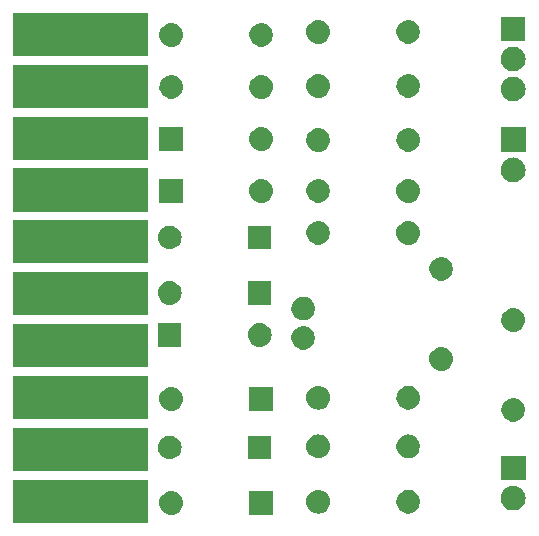
<source format=gbr>
G04 #@! TF.GenerationSoftware,KiCad,Pcbnew,(5.0.0)*
G04 #@! TF.CreationDate,2020-05-22T14:28:52-04:00*
G04 #@! TF.ProjectId,OdysseyDaughterCardSummer,4F647973736579446175676874657243,1.1*
G04 #@! TF.SameCoordinates,Original*
G04 #@! TF.FileFunction,Soldermask,Bot*
G04 #@! TF.FilePolarity,Negative*
%FSLAX46Y46*%
G04 Gerber Fmt 4.6, Leading zero omitted, Abs format (unit mm)*
G04 Created by KiCad (PCBNEW (5.0.0)) date 05/22/20 14:28:52*
%MOMM*%
%LPD*%
G01*
G04 APERTURE LIST*
%ADD10C,0.100000*%
G04 APERTURE END LIST*
D10*
G36*
X134700000Y-122574992D02*
X123300000Y-122574992D01*
X123300000Y-118924992D01*
X134700000Y-118924992D01*
X134700000Y-122574992D01*
X134700000Y-122574992D01*
G37*
G36*
X145272000Y-121904000D02*
X143272000Y-121904000D01*
X143272000Y-119904000D01*
X145272000Y-119904000D01*
X145272000Y-121904000D01*
X145272000Y-121904000D01*
G37*
G36*
X136848030Y-119918469D02*
X136848033Y-119918470D01*
X136848034Y-119918470D01*
X137036535Y-119975651D01*
X137036537Y-119975652D01*
X137210260Y-120068509D01*
X137362528Y-120193472D01*
X137487491Y-120345740D01*
X137487492Y-120345742D01*
X137580349Y-120519465D01*
X137637530Y-120707966D01*
X137637531Y-120707970D01*
X137656838Y-120904000D01*
X137637531Y-121100030D01*
X137637530Y-121100033D01*
X137637530Y-121100034D01*
X137595056Y-121240054D01*
X137580348Y-121288537D01*
X137487491Y-121462260D01*
X137362528Y-121614528D01*
X137210260Y-121739491D01*
X137210258Y-121739492D01*
X137036535Y-121832349D01*
X136848034Y-121889530D01*
X136848033Y-121889530D01*
X136848030Y-121889531D01*
X136701124Y-121904000D01*
X136602876Y-121904000D01*
X136455970Y-121889531D01*
X136455967Y-121889530D01*
X136455966Y-121889530D01*
X136267465Y-121832349D01*
X136093742Y-121739492D01*
X136093740Y-121739491D01*
X135941472Y-121614528D01*
X135816509Y-121462260D01*
X135723652Y-121288537D01*
X135708945Y-121240054D01*
X135666470Y-121100034D01*
X135666470Y-121100033D01*
X135666469Y-121100030D01*
X135647162Y-120904000D01*
X135666469Y-120707970D01*
X135666470Y-120707966D01*
X135723651Y-120519465D01*
X135816508Y-120345742D01*
X135816509Y-120345740D01*
X135941472Y-120193472D01*
X136093740Y-120068509D01*
X136267463Y-119975652D01*
X136267465Y-119975651D01*
X136455966Y-119918470D01*
X136455967Y-119918470D01*
X136455970Y-119918469D01*
X136602876Y-119904000D01*
X136701124Y-119904000D01*
X136848030Y-119918469D01*
X136848030Y-119918469D01*
G37*
G36*
X149294030Y-119818469D02*
X149294033Y-119818470D01*
X149294034Y-119818470D01*
X149482535Y-119875651D01*
X149482537Y-119875652D01*
X149656260Y-119968509D01*
X149808528Y-120093472D01*
X149933491Y-120245740D01*
X149933492Y-120245742D01*
X150026349Y-120419465D01*
X150083530Y-120607966D01*
X150083531Y-120607970D01*
X150102838Y-120804000D01*
X150083531Y-121000030D01*
X150083530Y-121000033D01*
X150083530Y-121000034D01*
X150053197Y-121100030D01*
X150026348Y-121188537D01*
X149933491Y-121362260D01*
X149808528Y-121514528D01*
X149656260Y-121639491D01*
X149656258Y-121639492D01*
X149482535Y-121732349D01*
X149294034Y-121789530D01*
X149294033Y-121789530D01*
X149294030Y-121789531D01*
X149147124Y-121804000D01*
X149048876Y-121804000D01*
X148901970Y-121789531D01*
X148901967Y-121789530D01*
X148901966Y-121789530D01*
X148713465Y-121732349D01*
X148539742Y-121639492D01*
X148539740Y-121639491D01*
X148387472Y-121514528D01*
X148262509Y-121362260D01*
X148169652Y-121188537D01*
X148142804Y-121100030D01*
X148112470Y-121000034D01*
X148112470Y-121000033D01*
X148112469Y-121000030D01*
X148093162Y-120804000D01*
X148112469Y-120607970D01*
X148112470Y-120607966D01*
X148169651Y-120419465D01*
X148262508Y-120245742D01*
X148262509Y-120245740D01*
X148387472Y-120093472D01*
X148539740Y-119968509D01*
X148713463Y-119875652D01*
X148713465Y-119875651D01*
X148901966Y-119818470D01*
X148901967Y-119818470D01*
X148901970Y-119818469D01*
X149048876Y-119804000D01*
X149147124Y-119804000D01*
X149294030Y-119818469D01*
X149294030Y-119818469D01*
G37*
G36*
X156893770Y-119819372D02*
X157009689Y-119842429D01*
X157191678Y-119917811D01*
X157355463Y-120027249D01*
X157494751Y-120166537D01*
X157604189Y-120330322D01*
X157679571Y-120512311D01*
X157702628Y-120628230D01*
X157716872Y-120699834D01*
X157718000Y-120705509D01*
X157718000Y-120902491D01*
X157679571Y-121095689D01*
X157604189Y-121277678D01*
X157494751Y-121441463D01*
X157355463Y-121580751D01*
X157191678Y-121690189D01*
X157009689Y-121765571D01*
X156893770Y-121788628D01*
X156816493Y-121804000D01*
X156619507Y-121804000D01*
X156542230Y-121788628D01*
X156426311Y-121765571D01*
X156244322Y-121690189D01*
X156080537Y-121580751D01*
X155941249Y-121441463D01*
X155831811Y-121277678D01*
X155756429Y-121095689D01*
X155718000Y-120902491D01*
X155718000Y-120705509D01*
X155719129Y-120699834D01*
X155733372Y-120628230D01*
X155756429Y-120512311D01*
X155831811Y-120330322D01*
X155941249Y-120166537D01*
X156080537Y-120027249D01*
X156244322Y-119917811D01*
X156426311Y-119842429D01*
X156542230Y-119819372D01*
X156619507Y-119804000D01*
X156816493Y-119804000D01*
X156893770Y-119819372D01*
X156893770Y-119819372D01*
G37*
G36*
X165736707Y-119451597D02*
X165813836Y-119459193D01*
X165945787Y-119499220D01*
X166011763Y-119519233D01*
X166194172Y-119616733D01*
X166354054Y-119747946D01*
X166485267Y-119907828D01*
X166582767Y-120090237D01*
X166582767Y-120090238D01*
X166642807Y-120288164D01*
X166663080Y-120494000D01*
X166642807Y-120699836D01*
X166611209Y-120804000D01*
X166582767Y-120897763D01*
X166485267Y-121080172D01*
X166354054Y-121240054D01*
X166194172Y-121371267D01*
X166011763Y-121468767D01*
X165945787Y-121488780D01*
X165813836Y-121528807D01*
X165736707Y-121536403D01*
X165659580Y-121544000D01*
X165556420Y-121544000D01*
X165479293Y-121536403D01*
X165402164Y-121528807D01*
X165270213Y-121488780D01*
X165204237Y-121468767D01*
X165021828Y-121371267D01*
X164861946Y-121240054D01*
X164730733Y-121080172D01*
X164633233Y-120897763D01*
X164604791Y-120804000D01*
X164573193Y-120699836D01*
X164552920Y-120494000D01*
X164573193Y-120288164D01*
X164633233Y-120090238D01*
X164633233Y-120090237D01*
X164730733Y-119907828D01*
X164861946Y-119747946D01*
X165021828Y-119616733D01*
X165204237Y-119519233D01*
X165270213Y-119499220D01*
X165402164Y-119459193D01*
X165479293Y-119451597D01*
X165556420Y-119444000D01*
X165659580Y-119444000D01*
X165736707Y-119451597D01*
X165736707Y-119451597D01*
G37*
G36*
X166658000Y-119004000D02*
X164558000Y-119004000D01*
X164558000Y-116904000D01*
X166658000Y-116904000D01*
X166658000Y-119004000D01*
X166658000Y-119004000D01*
G37*
G36*
X134700000Y-118186104D02*
X123300000Y-118186104D01*
X123300000Y-114536104D01*
X134700000Y-114536104D01*
X134700000Y-118186104D01*
X134700000Y-118186104D01*
G37*
G36*
X145145000Y-117205000D02*
X143145000Y-117205000D01*
X143145000Y-115205000D01*
X145145000Y-115205000D01*
X145145000Y-117205000D01*
X145145000Y-117205000D01*
G37*
G36*
X136721030Y-115219469D02*
X136721033Y-115219470D01*
X136721034Y-115219470D01*
X136909535Y-115276651D01*
X136909537Y-115276652D01*
X137083260Y-115369509D01*
X137235528Y-115494472D01*
X137360491Y-115646740D01*
X137360492Y-115646742D01*
X137453349Y-115820465D01*
X137510530Y-116008966D01*
X137510531Y-116008970D01*
X137529838Y-116205000D01*
X137510531Y-116401030D01*
X137510530Y-116401033D01*
X137510530Y-116401034D01*
X137483684Y-116489535D01*
X137453348Y-116589537D01*
X137360491Y-116763260D01*
X137235528Y-116915528D01*
X137083260Y-117040491D01*
X137083258Y-117040492D01*
X136909535Y-117133349D01*
X136721034Y-117190530D01*
X136721033Y-117190530D01*
X136721030Y-117190531D01*
X136574124Y-117205000D01*
X136475876Y-117205000D01*
X136328970Y-117190531D01*
X136328967Y-117190530D01*
X136328966Y-117190530D01*
X136140465Y-117133349D01*
X135966742Y-117040492D01*
X135966740Y-117040491D01*
X135814472Y-116915528D01*
X135689509Y-116763260D01*
X135596652Y-116589537D01*
X135566317Y-116489535D01*
X135539470Y-116401034D01*
X135539470Y-116401033D01*
X135539469Y-116401030D01*
X135520162Y-116205000D01*
X135539469Y-116008970D01*
X135539470Y-116008966D01*
X135596651Y-115820465D01*
X135689508Y-115646742D01*
X135689509Y-115646740D01*
X135814472Y-115494472D01*
X135966740Y-115369509D01*
X136140463Y-115276652D01*
X136140465Y-115276651D01*
X136328966Y-115219470D01*
X136328967Y-115219470D01*
X136328970Y-115219469D01*
X136475876Y-115205000D01*
X136574124Y-115205000D01*
X136721030Y-115219469D01*
X136721030Y-115219469D01*
G37*
G36*
X156893770Y-115120372D02*
X157009689Y-115143429D01*
X157191678Y-115218811D01*
X157355463Y-115328249D01*
X157494751Y-115467537D01*
X157604189Y-115631322D01*
X157679571Y-115813311D01*
X157718000Y-116006509D01*
X157718000Y-116203491D01*
X157679571Y-116396689D01*
X157604189Y-116578678D01*
X157494751Y-116742463D01*
X157355463Y-116881751D01*
X157191678Y-116991189D01*
X157009689Y-117066571D01*
X156893770Y-117089628D01*
X156816493Y-117105000D01*
X156619507Y-117105000D01*
X156542230Y-117089628D01*
X156426311Y-117066571D01*
X156244322Y-116991189D01*
X156080537Y-116881751D01*
X155941249Y-116742463D01*
X155831811Y-116578678D01*
X155756429Y-116396689D01*
X155718000Y-116203491D01*
X155718000Y-116006509D01*
X155756429Y-115813311D01*
X155831811Y-115631322D01*
X155941249Y-115467537D01*
X156080537Y-115328249D01*
X156244322Y-115218811D01*
X156426311Y-115143429D01*
X156542230Y-115120372D01*
X156619507Y-115105000D01*
X156816493Y-115105000D01*
X156893770Y-115120372D01*
X156893770Y-115120372D01*
G37*
G36*
X149294030Y-115119469D02*
X149294033Y-115119470D01*
X149294034Y-115119470D01*
X149482535Y-115176651D01*
X149482537Y-115176652D01*
X149656260Y-115269509D01*
X149808528Y-115394472D01*
X149933491Y-115546740D01*
X149933492Y-115546742D01*
X150026349Y-115720465D01*
X150083530Y-115908966D01*
X150083531Y-115908970D01*
X150102838Y-116105000D01*
X150083531Y-116301030D01*
X150083530Y-116301033D01*
X150083530Y-116301034D01*
X150053197Y-116401030D01*
X150026348Y-116489537D01*
X149933491Y-116663260D01*
X149808528Y-116815528D01*
X149656260Y-116940491D01*
X149656258Y-116940492D01*
X149482535Y-117033349D01*
X149294034Y-117090530D01*
X149294033Y-117090530D01*
X149294030Y-117090531D01*
X149147124Y-117105000D01*
X149048876Y-117105000D01*
X148901970Y-117090531D01*
X148901967Y-117090530D01*
X148901966Y-117090530D01*
X148713465Y-117033349D01*
X148539742Y-116940492D01*
X148539740Y-116940491D01*
X148387472Y-116815528D01*
X148262509Y-116663260D01*
X148169652Y-116489537D01*
X148142804Y-116401030D01*
X148112470Y-116301034D01*
X148112470Y-116301033D01*
X148112469Y-116301030D01*
X148093162Y-116105000D01*
X148112469Y-115908970D01*
X148112470Y-115908966D01*
X148169651Y-115720465D01*
X148262508Y-115546742D01*
X148262509Y-115546740D01*
X148387472Y-115394472D01*
X148539740Y-115269509D01*
X148713463Y-115176652D01*
X148713465Y-115176651D01*
X148901966Y-115119470D01*
X148901967Y-115119470D01*
X148901970Y-115119469D01*
X149048876Y-115105000D01*
X149147124Y-115105000D01*
X149294030Y-115119469D01*
X149294030Y-115119469D01*
G37*
G36*
X165783770Y-112045372D02*
X165899689Y-112068429D01*
X166081678Y-112143811D01*
X166245463Y-112253249D01*
X166384751Y-112392537D01*
X166494189Y-112556322D01*
X166569571Y-112738311D01*
X166577017Y-112775747D01*
X166607173Y-112927348D01*
X166608000Y-112931509D01*
X166608000Y-113128491D01*
X166569571Y-113321689D01*
X166494189Y-113503678D01*
X166384751Y-113667463D01*
X166245463Y-113806751D01*
X166081678Y-113916189D01*
X165899689Y-113991571D01*
X165783770Y-114014628D01*
X165706493Y-114030000D01*
X165509507Y-114030000D01*
X165432230Y-114014628D01*
X165316311Y-113991571D01*
X165134322Y-113916189D01*
X164970537Y-113806751D01*
X164831249Y-113667463D01*
X164721811Y-113503678D01*
X164646429Y-113321689D01*
X164608000Y-113128491D01*
X164608000Y-112931509D01*
X164608828Y-112927348D01*
X164638983Y-112775747D01*
X164646429Y-112738311D01*
X164721811Y-112556322D01*
X164831249Y-112392537D01*
X164970537Y-112253249D01*
X165134322Y-112143811D01*
X165316311Y-112068429D01*
X165432230Y-112045372D01*
X165509507Y-112030000D01*
X165706493Y-112030000D01*
X165783770Y-112045372D01*
X165783770Y-112045372D01*
G37*
G36*
X134700000Y-113797216D02*
X123300000Y-113797216D01*
X123300000Y-110147216D01*
X134700000Y-110147216D01*
X134700000Y-113797216D01*
X134700000Y-113797216D01*
G37*
G36*
X136848030Y-111113469D02*
X136848033Y-111113470D01*
X136848034Y-111113470D01*
X137036535Y-111170651D01*
X137036537Y-111170652D01*
X137210260Y-111263509D01*
X137362528Y-111388472D01*
X137487491Y-111540740D01*
X137487492Y-111540742D01*
X137580349Y-111714465D01*
X137637530Y-111902966D01*
X137637531Y-111902970D01*
X137656838Y-112099000D01*
X137637531Y-112295030D01*
X137637530Y-112295033D01*
X137637530Y-112295034D01*
X137607954Y-112392534D01*
X137580348Y-112483537D01*
X137487491Y-112657260D01*
X137362528Y-112809528D01*
X137210260Y-112934491D01*
X137210258Y-112934492D01*
X137036535Y-113027349D01*
X136848034Y-113084530D01*
X136848033Y-113084530D01*
X136848030Y-113084531D01*
X136701124Y-113099000D01*
X136602876Y-113099000D01*
X136455970Y-113084531D01*
X136455967Y-113084530D01*
X136455966Y-113084530D01*
X136267465Y-113027349D01*
X136093742Y-112934492D01*
X136093740Y-112934491D01*
X135941472Y-112809528D01*
X135816509Y-112657260D01*
X135723652Y-112483537D01*
X135696047Y-112392534D01*
X135666470Y-112295034D01*
X135666470Y-112295033D01*
X135666469Y-112295030D01*
X135647162Y-112099000D01*
X135666469Y-111902970D01*
X135666470Y-111902966D01*
X135723651Y-111714465D01*
X135816508Y-111540742D01*
X135816509Y-111540740D01*
X135941472Y-111388472D01*
X136093740Y-111263509D01*
X136267463Y-111170652D01*
X136267465Y-111170651D01*
X136455966Y-111113470D01*
X136455967Y-111113470D01*
X136455970Y-111113469D01*
X136602876Y-111099000D01*
X136701124Y-111099000D01*
X136848030Y-111113469D01*
X136848030Y-111113469D01*
G37*
G36*
X145272000Y-113099000D02*
X143272000Y-113099000D01*
X143272000Y-111099000D01*
X145272000Y-111099000D01*
X145272000Y-113099000D01*
X145272000Y-113099000D01*
G37*
G36*
X156893770Y-111014372D02*
X157009689Y-111037429D01*
X157191678Y-111112811D01*
X157355463Y-111222249D01*
X157494751Y-111361537D01*
X157604189Y-111525322D01*
X157679571Y-111707311D01*
X157702628Y-111823230D01*
X157718000Y-111900507D01*
X157718000Y-112097493D01*
X157702628Y-112174770D01*
X157679571Y-112290689D01*
X157604189Y-112472678D01*
X157494751Y-112636463D01*
X157355463Y-112775751D01*
X157191678Y-112885189D01*
X157009689Y-112960571D01*
X156893770Y-112983628D01*
X156816493Y-112999000D01*
X156619507Y-112999000D01*
X156542230Y-112983628D01*
X156426311Y-112960571D01*
X156244322Y-112885189D01*
X156080537Y-112775751D01*
X155941249Y-112636463D01*
X155831811Y-112472678D01*
X155756429Y-112290689D01*
X155733372Y-112174770D01*
X155718000Y-112097493D01*
X155718000Y-111900507D01*
X155733372Y-111823230D01*
X155756429Y-111707311D01*
X155831811Y-111525322D01*
X155941249Y-111361537D01*
X156080537Y-111222249D01*
X156244322Y-111112811D01*
X156426311Y-111037429D01*
X156542230Y-111014372D01*
X156619507Y-110999000D01*
X156816493Y-110999000D01*
X156893770Y-111014372D01*
X156893770Y-111014372D01*
G37*
G36*
X149294030Y-111013469D02*
X149294033Y-111013470D01*
X149294034Y-111013470D01*
X149482535Y-111070651D01*
X149482537Y-111070652D01*
X149656260Y-111163509D01*
X149808528Y-111288472D01*
X149933491Y-111440740D01*
X149933492Y-111440742D01*
X150026349Y-111614465D01*
X150083530Y-111802966D01*
X150083531Y-111802970D01*
X150102838Y-111999000D01*
X150083531Y-112195030D01*
X150083530Y-112195033D01*
X150083530Y-112195034D01*
X150053197Y-112295030D01*
X150026348Y-112383537D01*
X149933491Y-112557260D01*
X149808528Y-112709528D01*
X149656260Y-112834491D01*
X149656258Y-112834492D01*
X149482535Y-112927349D01*
X149294034Y-112984530D01*
X149294033Y-112984530D01*
X149294030Y-112984531D01*
X149147124Y-112999000D01*
X149048876Y-112999000D01*
X148901970Y-112984531D01*
X148901967Y-112984530D01*
X148901966Y-112984530D01*
X148713465Y-112927349D01*
X148539742Y-112834492D01*
X148539740Y-112834491D01*
X148387472Y-112709528D01*
X148262509Y-112557260D01*
X148169652Y-112383537D01*
X148142804Y-112295030D01*
X148112470Y-112195034D01*
X148112470Y-112195033D01*
X148112469Y-112195030D01*
X148093162Y-111999000D01*
X148112469Y-111802970D01*
X148112470Y-111802966D01*
X148169651Y-111614465D01*
X148262508Y-111440742D01*
X148262509Y-111440740D01*
X148387472Y-111288472D01*
X148539740Y-111163509D01*
X148713463Y-111070652D01*
X148713465Y-111070651D01*
X148901966Y-111013470D01*
X148901967Y-111013470D01*
X148901970Y-111013469D01*
X149048876Y-110999000D01*
X149147124Y-110999000D01*
X149294030Y-111013469D01*
X149294030Y-111013469D01*
G37*
G36*
X159708030Y-107726469D02*
X159708033Y-107726470D01*
X159708034Y-107726470D01*
X159896535Y-107783651D01*
X159896537Y-107783652D01*
X160070260Y-107876509D01*
X160222528Y-108001472D01*
X160347491Y-108153740D01*
X160440348Y-108327463D01*
X160497531Y-108515970D01*
X160516838Y-108712000D01*
X160497531Y-108908030D01*
X160440348Y-109096537D01*
X160347491Y-109270260D01*
X160222528Y-109422528D01*
X160070260Y-109547491D01*
X160070258Y-109547492D01*
X159896535Y-109640349D01*
X159708034Y-109697530D01*
X159708033Y-109697530D01*
X159708030Y-109697531D01*
X159561124Y-109712000D01*
X159462876Y-109712000D01*
X159315970Y-109697531D01*
X159315967Y-109697530D01*
X159315966Y-109697530D01*
X159127465Y-109640349D01*
X158953742Y-109547492D01*
X158953740Y-109547491D01*
X158801472Y-109422528D01*
X158676509Y-109270260D01*
X158583652Y-109096537D01*
X158526469Y-108908030D01*
X158507162Y-108712000D01*
X158526469Y-108515970D01*
X158583652Y-108327463D01*
X158676509Y-108153740D01*
X158801472Y-108001472D01*
X158953740Y-107876509D01*
X159127463Y-107783652D01*
X159127465Y-107783651D01*
X159315966Y-107726470D01*
X159315967Y-107726470D01*
X159315970Y-107726469D01*
X159462876Y-107712000D01*
X159561124Y-107712000D01*
X159708030Y-107726469D01*
X159708030Y-107726469D01*
G37*
G36*
X134700000Y-109408328D02*
X123300000Y-109408328D01*
X123300000Y-105758328D01*
X134700000Y-105758328D01*
X134700000Y-109408328D01*
X134700000Y-109408328D01*
G37*
G36*
X148003770Y-105949372D02*
X148119689Y-105972429D01*
X148301678Y-106047811D01*
X148465463Y-106157249D01*
X148604751Y-106296537D01*
X148714189Y-106460322D01*
X148789571Y-106642311D01*
X148828000Y-106835509D01*
X148828000Y-107032491D01*
X148789571Y-107225689D01*
X148714189Y-107407678D01*
X148604751Y-107571463D01*
X148465463Y-107710751D01*
X148301678Y-107820189D01*
X148119689Y-107895571D01*
X148003770Y-107918628D01*
X147926493Y-107934000D01*
X147729507Y-107934000D01*
X147652230Y-107918628D01*
X147536311Y-107895571D01*
X147354322Y-107820189D01*
X147190537Y-107710751D01*
X147051249Y-107571463D01*
X146941811Y-107407678D01*
X146866429Y-107225689D01*
X146828000Y-107032491D01*
X146828000Y-106835509D01*
X146866429Y-106642311D01*
X146941811Y-106460322D01*
X147051249Y-106296537D01*
X147190537Y-106157249D01*
X147354322Y-106047811D01*
X147536311Y-105972429D01*
X147652230Y-105949372D01*
X147729507Y-105934000D01*
X147926493Y-105934000D01*
X148003770Y-105949372D01*
X148003770Y-105949372D01*
G37*
G36*
X137525000Y-107680000D02*
X135525000Y-107680000D01*
X135525000Y-105680000D01*
X137525000Y-105680000D01*
X137525000Y-107680000D01*
X137525000Y-107680000D01*
G37*
G36*
X144341030Y-105694469D02*
X144341033Y-105694470D01*
X144341034Y-105694470D01*
X144529535Y-105751651D01*
X144529537Y-105751652D01*
X144703260Y-105844509D01*
X144855528Y-105969472D01*
X144980491Y-106121740D01*
X144980492Y-106121742D01*
X145073349Y-106295465D01*
X145130530Y-106483966D01*
X145130531Y-106483970D01*
X145149838Y-106680000D01*
X145130531Y-106876030D01*
X145130530Y-106876033D01*
X145130530Y-106876034D01*
X145083069Y-107032493D01*
X145073348Y-107064537D01*
X144980491Y-107238260D01*
X144855528Y-107390528D01*
X144703260Y-107515491D01*
X144703258Y-107515492D01*
X144529535Y-107608349D01*
X144341034Y-107665530D01*
X144341033Y-107665530D01*
X144341030Y-107665531D01*
X144194124Y-107680000D01*
X144095876Y-107680000D01*
X143948970Y-107665531D01*
X143948967Y-107665530D01*
X143948966Y-107665530D01*
X143760465Y-107608349D01*
X143586742Y-107515492D01*
X143586740Y-107515491D01*
X143434472Y-107390528D01*
X143309509Y-107238260D01*
X143216652Y-107064537D01*
X143206932Y-107032493D01*
X143159470Y-106876034D01*
X143159470Y-106876033D01*
X143159469Y-106876030D01*
X143140162Y-106680000D01*
X143159469Y-106483970D01*
X143159470Y-106483966D01*
X143216651Y-106295465D01*
X143309508Y-106121742D01*
X143309509Y-106121740D01*
X143434472Y-105969472D01*
X143586740Y-105844509D01*
X143760463Y-105751652D01*
X143760465Y-105751651D01*
X143948966Y-105694470D01*
X143948967Y-105694470D01*
X143948970Y-105694469D01*
X144095876Y-105680000D01*
X144194124Y-105680000D01*
X144341030Y-105694469D01*
X144341030Y-105694469D01*
G37*
G36*
X165804030Y-104424469D02*
X165804033Y-104424470D01*
X165804034Y-104424470D01*
X165992535Y-104481651D01*
X165992537Y-104481652D01*
X166166260Y-104574509D01*
X166318528Y-104699472D01*
X166443491Y-104851740D01*
X166533129Y-105019440D01*
X166536349Y-105025465D01*
X166592555Y-105210751D01*
X166593531Y-105213970D01*
X166612838Y-105410000D01*
X166593531Y-105606030D01*
X166593530Y-105606033D01*
X166593530Y-105606034D01*
X166549358Y-105751651D01*
X166536348Y-105794537D01*
X166443491Y-105968260D01*
X166318528Y-106120528D01*
X166166260Y-106245491D01*
X166166258Y-106245492D01*
X165992535Y-106338349D01*
X165804034Y-106395530D01*
X165804033Y-106395530D01*
X165804030Y-106395531D01*
X165657124Y-106410000D01*
X165558876Y-106410000D01*
X165411970Y-106395531D01*
X165411967Y-106395530D01*
X165411966Y-106395530D01*
X165223465Y-106338349D01*
X165049742Y-106245492D01*
X165049740Y-106245491D01*
X164897472Y-106120528D01*
X164772509Y-105968260D01*
X164679652Y-105794537D01*
X164666643Y-105751651D01*
X164622470Y-105606034D01*
X164622470Y-105606033D01*
X164622469Y-105606030D01*
X164603162Y-105410000D01*
X164622469Y-105213970D01*
X164623445Y-105210751D01*
X164679651Y-105025465D01*
X164682871Y-105019440D01*
X164772509Y-104851740D01*
X164897472Y-104699472D01*
X165049740Y-104574509D01*
X165223463Y-104481652D01*
X165223465Y-104481651D01*
X165411966Y-104424470D01*
X165411967Y-104424470D01*
X165411970Y-104424469D01*
X165558876Y-104410000D01*
X165657124Y-104410000D01*
X165804030Y-104424469D01*
X165804030Y-104424469D01*
G37*
G36*
X148003770Y-103449372D02*
X148119689Y-103472429D01*
X148301678Y-103547811D01*
X148465463Y-103657249D01*
X148604751Y-103796537D01*
X148714189Y-103960322D01*
X148789571Y-104142311D01*
X148812628Y-104258230D01*
X148828000Y-104335507D01*
X148828000Y-104532493D01*
X148819642Y-104574509D01*
X148789571Y-104725689D01*
X148714189Y-104907678D01*
X148604751Y-105071463D01*
X148465463Y-105210751D01*
X148301678Y-105320189D01*
X148119689Y-105395571D01*
X148003770Y-105418628D01*
X147926493Y-105434000D01*
X147729507Y-105434000D01*
X147652230Y-105418628D01*
X147536311Y-105395571D01*
X147354322Y-105320189D01*
X147190537Y-105210751D01*
X147051249Y-105071463D01*
X146941811Y-104907678D01*
X146866429Y-104725689D01*
X146836358Y-104574509D01*
X146828000Y-104532493D01*
X146828000Y-104335507D01*
X146843372Y-104258230D01*
X146866429Y-104142311D01*
X146941811Y-103960322D01*
X147051249Y-103796537D01*
X147190537Y-103657249D01*
X147354322Y-103547811D01*
X147536311Y-103472429D01*
X147652230Y-103449372D01*
X147729507Y-103434000D01*
X147926493Y-103434000D01*
X148003770Y-103449372D01*
X148003770Y-103449372D01*
G37*
G36*
X134700000Y-105019440D02*
X123300000Y-105019440D01*
X123300000Y-101369440D01*
X134700000Y-101369440D01*
X134700000Y-105019440D01*
X134700000Y-105019440D01*
G37*
G36*
X145145000Y-104124000D02*
X143145000Y-104124000D01*
X143145000Y-102124000D01*
X145145000Y-102124000D01*
X145145000Y-104124000D01*
X145145000Y-104124000D01*
G37*
G36*
X136721030Y-102138469D02*
X136721033Y-102138470D01*
X136721034Y-102138470D01*
X136909535Y-102195651D01*
X136909537Y-102195652D01*
X137083260Y-102288509D01*
X137235528Y-102413472D01*
X137360491Y-102565740D01*
X137453348Y-102739463D01*
X137510531Y-102927970D01*
X137529838Y-103124000D01*
X137510531Y-103320030D01*
X137510530Y-103320033D01*
X137510530Y-103320034D01*
X137464302Y-103472429D01*
X137453348Y-103508537D01*
X137360491Y-103682260D01*
X137235528Y-103834528D01*
X137083260Y-103959491D01*
X137083258Y-103959492D01*
X136909535Y-104052349D01*
X136721034Y-104109530D01*
X136721033Y-104109530D01*
X136721030Y-104109531D01*
X136574124Y-104124000D01*
X136475876Y-104124000D01*
X136328970Y-104109531D01*
X136328967Y-104109530D01*
X136328966Y-104109530D01*
X136140465Y-104052349D01*
X135966742Y-103959492D01*
X135966740Y-103959491D01*
X135814472Y-103834528D01*
X135689509Y-103682260D01*
X135596652Y-103508537D01*
X135585699Y-103472429D01*
X135539470Y-103320034D01*
X135539470Y-103320033D01*
X135539469Y-103320030D01*
X135520162Y-103124000D01*
X135539469Y-102927970D01*
X135596652Y-102739463D01*
X135689509Y-102565740D01*
X135814472Y-102413472D01*
X135966740Y-102288509D01*
X136140463Y-102195652D01*
X136140465Y-102195651D01*
X136328966Y-102138470D01*
X136328967Y-102138470D01*
X136328970Y-102138469D01*
X136475876Y-102124000D01*
X136574124Y-102124000D01*
X136721030Y-102138469D01*
X136721030Y-102138469D01*
G37*
G36*
X159687770Y-100107372D02*
X159803689Y-100130429D01*
X159985678Y-100205811D01*
X160149463Y-100315249D01*
X160288751Y-100454537D01*
X160398189Y-100618322D01*
X160473571Y-100800311D01*
X160512000Y-100993509D01*
X160512000Y-101190491D01*
X160473571Y-101383689D01*
X160398189Y-101565678D01*
X160288751Y-101729463D01*
X160149463Y-101868751D01*
X159985678Y-101978189D01*
X159803689Y-102053571D01*
X159687770Y-102076628D01*
X159610493Y-102092000D01*
X159413507Y-102092000D01*
X159336230Y-102076628D01*
X159220311Y-102053571D01*
X159038322Y-101978189D01*
X158874537Y-101868751D01*
X158735249Y-101729463D01*
X158625811Y-101565678D01*
X158550429Y-101383689D01*
X158512000Y-101190491D01*
X158512000Y-100993509D01*
X158550429Y-100800311D01*
X158625811Y-100618322D01*
X158735249Y-100454537D01*
X158874537Y-100315249D01*
X159038322Y-100205811D01*
X159220311Y-100130429D01*
X159336230Y-100107372D01*
X159413507Y-100092000D01*
X159610493Y-100092000D01*
X159687770Y-100107372D01*
X159687770Y-100107372D01*
G37*
G36*
X134700000Y-100630552D02*
X123300000Y-100630552D01*
X123300000Y-96980552D01*
X134700000Y-96980552D01*
X134700000Y-100630552D01*
X134700000Y-100630552D01*
G37*
G36*
X145145000Y-99425000D02*
X143145000Y-99425000D01*
X143145000Y-97425000D01*
X145145000Y-97425000D01*
X145145000Y-99425000D01*
X145145000Y-99425000D01*
G37*
G36*
X136721030Y-97439469D02*
X136721033Y-97439470D01*
X136721034Y-97439470D01*
X136909535Y-97496651D01*
X136909537Y-97496652D01*
X137083260Y-97589509D01*
X137235528Y-97714472D01*
X137360491Y-97866740D01*
X137360492Y-97866742D01*
X137453349Y-98040465D01*
X137510530Y-98228966D01*
X137510531Y-98228970D01*
X137529838Y-98425000D01*
X137510531Y-98621030D01*
X137453348Y-98809537D01*
X137360491Y-98983260D01*
X137235528Y-99135528D01*
X137083260Y-99260491D01*
X137083258Y-99260492D01*
X136909535Y-99353349D01*
X136721034Y-99410530D01*
X136721033Y-99410530D01*
X136721030Y-99410531D01*
X136574124Y-99425000D01*
X136475876Y-99425000D01*
X136328970Y-99410531D01*
X136328967Y-99410530D01*
X136328966Y-99410530D01*
X136140465Y-99353349D01*
X135966742Y-99260492D01*
X135966740Y-99260491D01*
X135814472Y-99135528D01*
X135689509Y-98983260D01*
X135596652Y-98809537D01*
X135539469Y-98621030D01*
X135520162Y-98425000D01*
X135539469Y-98228970D01*
X135539470Y-98228966D01*
X135596651Y-98040465D01*
X135689508Y-97866742D01*
X135689509Y-97866740D01*
X135814472Y-97714472D01*
X135966740Y-97589509D01*
X136140463Y-97496652D01*
X136140465Y-97496651D01*
X136328966Y-97439470D01*
X136328967Y-97439470D01*
X136328970Y-97439469D01*
X136475876Y-97425000D01*
X136574124Y-97425000D01*
X136721030Y-97439469D01*
X136721030Y-97439469D01*
G37*
G36*
X149273770Y-97059372D02*
X149389689Y-97082429D01*
X149571678Y-97157811D01*
X149735463Y-97267249D01*
X149874751Y-97406537D01*
X149984189Y-97570322D01*
X150059571Y-97752311D01*
X150098000Y-97945509D01*
X150098000Y-98142491D01*
X150059571Y-98335689D01*
X149984189Y-98517678D01*
X149874751Y-98681463D01*
X149735463Y-98820751D01*
X149571678Y-98930189D01*
X149389689Y-99005571D01*
X149273770Y-99028628D01*
X149196493Y-99044000D01*
X148999507Y-99044000D01*
X148922230Y-99028628D01*
X148806311Y-99005571D01*
X148624322Y-98930189D01*
X148460537Y-98820751D01*
X148321249Y-98681463D01*
X148211811Y-98517678D01*
X148136429Y-98335689D01*
X148098000Y-98142491D01*
X148098000Y-97945509D01*
X148136429Y-97752311D01*
X148211811Y-97570322D01*
X148321249Y-97406537D01*
X148460537Y-97267249D01*
X148624322Y-97157811D01*
X148806311Y-97082429D01*
X148922230Y-97059372D01*
X148999507Y-97044000D01*
X149196493Y-97044000D01*
X149273770Y-97059372D01*
X149273770Y-97059372D01*
G37*
G36*
X156914030Y-97058469D02*
X156914033Y-97058470D01*
X156914034Y-97058470D01*
X157102535Y-97115651D01*
X157102537Y-97115652D01*
X157276260Y-97208509D01*
X157428528Y-97333472D01*
X157553491Y-97485740D01*
X157646348Y-97659463D01*
X157703531Y-97847970D01*
X157722838Y-98044000D01*
X157703531Y-98240030D01*
X157646348Y-98428537D01*
X157553491Y-98602260D01*
X157428528Y-98754528D01*
X157276260Y-98879491D01*
X157276258Y-98879492D01*
X157102535Y-98972349D01*
X156914034Y-99029530D01*
X156914033Y-99029530D01*
X156914030Y-99029531D01*
X156767124Y-99044000D01*
X156668876Y-99044000D01*
X156521970Y-99029531D01*
X156521967Y-99029530D01*
X156521966Y-99029530D01*
X156333465Y-98972349D01*
X156159742Y-98879492D01*
X156159740Y-98879491D01*
X156007472Y-98754528D01*
X155882509Y-98602260D01*
X155789652Y-98428537D01*
X155732469Y-98240030D01*
X155713162Y-98044000D01*
X155732469Y-97847970D01*
X155789652Y-97659463D01*
X155882509Y-97485740D01*
X156007472Y-97333472D01*
X156159740Y-97208509D01*
X156333463Y-97115652D01*
X156333465Y-97115651D01*
X156521966Y-97058470D01*
X156521967Y-97058470D01*
X156521970Y-97058469D01*
X156668876Y-97044000D01*
X156767124Y-97044000D01*
X156914030Y-97058469D01*
X156914030Y-97058469D01*
G37*
G36*
X134700000Y-96241664D02*
X123300000Y-96241664D01*
X123300000Y-92591664D01*
X134700000Y-92591664D01*
X134700000Y-96241664D01*
X134700000Y-96241664D01*
G37*
G36*
X137652000Y-95488000D02*
X135652000Y-95488000D01*
X135652000Y-93488000D01*
X137652000Y-93488000D01*
X137652000Y-95488000D01*
X137652000Y-95488000D01*
G37*
G36*
X156914030Y-93502469D02*
X156914033Y-93502470D01*
X156914034Y-93502470D01*
X157102535Y-93559651D01*
X157102537Y-93559652D01*
X157276260Y-93652509D01*
X157428528Y-93777472D01*
X157553491Y-93929740D01*
X157646348Y-94103463D01*
X157703531Y-94291970D01*
X157722838Y-94488000D01*
X157703531Y-94684030D01*
X157646348Y-94872537D01*
X157553491Y-95046260D01*
X157428528Y-95198528D01*
X157276260Y-95323491D01*
X157276258Y-95323492D01*
X157102535Y-95416349D01*
X156914034Y-95473530D01*
X156914033Y-95473530D01*
X156914030Y-95473531D01*
X156767124Y-95488000D01*
X156668876Y-95488000D01*
X156521970Y-95473531D01*
X156521967Y-95473530D01*
X156521966Y-95473530D01*
X156333465Y-95416349D01*
X156159742Y-95323492D01*
X156159740Y-95323491D01*
X156007472Y-95198528D01*
X155882509Y-95046260D01*
X155789652Y-94872537D01*
X155732469Y-94684030D01*
X155713162Y-94488000D01*
X155732469Y-94291970D01*
X155789652Y-94103463D01*
X155882509Y-93929740D01*
X156007472Y-93777472D01*
X156159740Y-93652509D01*
X156333463Y-93559652D01*
X156333465Y-93559651D01*
X156521966Y-93502470D01*
X156521967Y-93502470D01*
X156521970Y-93502469D01*
X156668876Y-93488000D01*
X156767124Y-93488000D01*
X156914030Y-93502469D01*
X156914030Y-93502469D01*
G37*
G36*
X149273770Y-93503372D02*
X149389689Y-93526429D01*
X149571678Y-93601811D01*
X149735463Y-93711249D01*
X149874751Y-93850537D01*
X149984189Y-94014322D01*
X150059571Y-94196311D01*
X150098000Y-94389509D01*
X150098000Y-94586491D01*
X150059571Y-94779689D01*
X149984189Y-94961678D01*
X149874751Y-95125463D01*
X149735463Y-95264751D01*
X149571678Y-95374189D01*
X149389689Y-95449571D01*
X149273770Y-95472628D01*
X149196493Y-95488000D01*
X148999507Y-95488000D01*
X148922230Y-95472628D01*
X148806311Y-95449571D01*
X148624322Y-95374189D01*
X148460537Y-95264751D01*
X148321249Y-95125463D01*
X148211811Y-94961678D01*
X148136429Y-94779689D01*
X148098000Y-94586491D01*
X148098000Y-94389509D01*
X148136429Y-94196311D01*
X148211811Y-94014322D01*
X148321249Y-93850537D01*
X148460537Y-93711249D01*
X148624322Y-93601811D01*
X148806311Y-93526429D01*
X148922230Y-93503372D01*
X148999507Y-93488000D01*
X149196493Y-93488000D01*
X149273770Y-93503372D01*
X149273770Y-93503372D01*
G37*
G36*
X144468030Y-93502469D02*
X144468033Y-93502470D01*
X144468034Y-93502470D01*
X144656535Y-93559651D01*
X144656537Y-93559652D01*
X144830260Y-93652509D01*
X144982528Y-93777472D01*
X145107491Y-93929740D01*
X145200348Y-94103463D01*
X145257531Y-94291970D01*
X145276838Y-94488000D01*
X145257531Y-94684030D01*
X145200348Y-94872537D01*
X145107491Y-95046260D01*
X144982528Y-95198528D01*
X144830260Y-95323491D01*
X144830258Y-95323492D01*
X144656535Y-95416349D01*
X144468034Y-95473530D01*
X144468033Y-95473530D01*
X144468030Y-95473531D01*
X144321124Y-95488000D01*
X144222876Y-95488000D01*
X144075970Y-95473531D01*
X144075967Y-95473530D01*
X144075966Y-95473530D01*
X143887465Y-95416349D01*
X143713742Y-95323492D01*
X143713740Y-95323491D01*
X143561472Y-95198528D01*
X143436509Y-95046260D01*
X143343652Y-94872537D01*
X143286469Y-94684030D01*
X143267162Y-94488000D01*
X143286469Y-94291970D01*
X143343652Y-94103463D01*
X143436509Y-93929740D01*
X143561472Y-93777472D01*
X143713740Y-93652509D01*
X143887463Y-93559652D01*
X143887465Y-93559651D01*
X144075966Y-93502470D01*
X144075967Y-93502470D01*
X144075970Y-93502469D01*
X144222876Y-93488000D01*
X144321124Y-93488000D01*
X144468030Y-93502469D01*
X144468030Y-93502469D01*
G37*
G36*
X165736707Y-91667597D02*
X165813836Y-91675193D01*
X165945787Y-91715220D01*
X166011763Y-91735233D01*
X166194172Y-91832733D01*
X166354054Y-91963946D01*
X166485267Y-92123828D01*
X166582767Y-92306237D01*
X166582767Y-92306238D01*
X166642807Y-92504164D01*
X166663080Y-92710000D01*
X166642807Y-92915836D01*
X166602780Y-93047787D01*
X166582767Y-93113763D01*
X166485267Y-93296172D01*
X166354054Y-93456054D01*
X166194172Y-93587267D01*
X166011763Y-93684767D01*
X165945787Y-93704780D01*
X165813836Y-93744807D01*
X165736707Y-93752403D01*
X165659580Y-93760000D01*
X165556420Y-93760000D01*
X165479293Y-93752403D01*
X165402164Y-93744807D01*
X165270213Y-93704780D01*
X165204237Y-93684767D01*
X165021828Y-93587267D01*
X164861946Y-93456054D01*
X164730733Y-93296172D01*
X164633233Y-93113763D01*
X164613220Y-93047787D01*
X164573193Y-92915836D01*
X164552920Y-92710000D01*
X164573193Y-92504164D01*
X164633233Y-92306238D01*
X164633233Y-92306237D01*
X164730733Y-92123828D01*
X164861946Y-91963946D01*
X165021828Y-91832733D01*
X165204237Y-91735233D01*
X165270213Y-91715220D01*
X165402164Y-91675193D01*
X165479293Y-91667596D01*
X165556420Y-91660000D01*
X165659580Y-91660000D01*
X165736707Y-91667597D01*
X165736707Y-91667597D01*
G37*
G36*
X134700000Y-91852776D02*
X123300000Y-91852776D01*
X123300000Y-88202776D01*
X134700000Y-88202776D01*
X134700000Y-91852776D01*
X134700000Y-91852776D01*
G37*
G36*
X166658000Y-91220000D02*
X164558000Y-91220000D01*
X164558000Y-89120000D01*
X166658000Y-89120000D01*
X166658000Y-91220000D01*
X166658000Y-91220000D01*
G37*
G36*
X149294030Y-89184469D02*
X149294033Y-89184470D01*
X149294034Y-89184470D01*
X149482535Y-89241651D01*
X149482537Y-89241652D01*
X149656260Y-89334509D01*
X149808528Y-89459472D01*
X149933491Y-89611740D01*
X149933492Y-89611742D01*
X150026349Y-89785465D01*
X150057838Y-89889270D01*
X150083531Y-89973970D01*
X150102838Y-90170000D01*
X150083531Y-90366030D01*
X150083530Y-90366033D01*
X150083530Y-90366034D01*
X150052042Y-90469837D01*
X150026348Y-90554537D01*
X149933491Y-90728260D01*
X149808528Y-90880528D01*
X149656260Y-91005491D01*
X149506948Y-91085300D01*
X149482535Y-91098349D01*
X149294034Y-91155530D01*
X149294033Y-91155530D01*
X149294030Y-91155531D01*
X149147124Y-91170000D01*
X149048876Y-91170000D01*
X148901970Y-91155531D01*
X148901967Y-91155530D01*
X148901966Y-91155530D01*
X148713465Y-91098349D01*
X148689052Y-91085300D01*
X148539740Y-91005491D01*
X148387472Y-90880528D01*
X148262509Y-90728260D01*
X148169652Y-90554537D01*
X148143959Y-90469837D01*
X148112470Y-90366034D01*
X148112470Y-90366033D01*
X148112469Y-90366030D01*
X148093162Y-90170000D01*
X148112469Y-89973970D01*
X148138162Y-89889270D01*
X148169651Y-89785465D01*
X148262508Y-89611742D01*
X148262509Y-89611740D01*
X148387472Y-89459472D01*
X148539740Y-89334509D01*
X148713463Y-89241652D01*
X148713465Y-89241651D01*
X148901966Y-89184470D01*
X148901967Y-89184470D01*
X148901970Y-89184469D01*
X149048876Y-89170000D01*
X149147124Y-89170000D01*
X149294030Y-89184469D01*
X149294030Y-89184469D01*
G37*
G36*
X156893770Y-89185372D02*
X157009689Y-89208429D01*
X157191678Y-89283811D01*
X157355463Y-89393249D01*
X157494751Y-89532537D01*
X157604189Y-89696322D01*
X157679571Y-89878311D01*
X157702628Y-89994230D01*
X157718000Y-90071507D01*
X157718000Y-90268493D01*
X157702628Y-90345770D01*
X157679571Y-90461689D01*
X157604189Y-90643678D01*
X157494751Y-90807463D01*
X157355463Y-90946751D01*
X157191678Y-91056189D01*
X157009689Y-91131571D01*
X156893770Y-91154628D01*
X156816493Y-91170000D01*
X156619507Y-91170000D01*
X156542230Y-91154628D01*
X156426311Y-91131571D01*
X156244322Y-91056189D01*
X156080537Y-90946751D01*
X155941249Y-90807463D01*
X155831811Y-90643678D01*
X155756429Y-90461689D01*
X155733372Y-90345770D01*
X155718000Y-90268493D01*
X155718000Y-90071507D01*
X155733372Y-89994230D01*
X155756429Y-89878311D01*
X155831811Y-89696322D01*
X155941249Y-89532537D01*
X156080537Y-89393249D01*
X156244322Y-89283811D01*
X156426311Y-89208429D01*
X156542230Y-89185372D01*
X156619507Y-89170000D01*
X156816493Y-89170000D01*
X156893770Y-89185372D01*
X156893770Y-89185372D01*
G37*
G36*
X137652000Y-91085300D02*
X135652000Y-91085300D01*
X135652000Y-89085300D01*
X137652000Y-89085300D01*
X137652000Y-91085300D01*
X137652000Y-91085300D01*
G37*
G36*
X144468030Y-89099769D02*
X144468033Y-89099770D01*
X144468034Y-89099770D01*
X144656535Y-89156951D01*
X144656537Y-89156952D01*
X144830260Y-89249809D01*
X144982528Y-89374772D01*
X145107491Y-89527040D01*
X145107492Y-89527042D01*
X145200349Y-89700765D01*
X145226042Y-89785465D01*
X145257531Y-89889270D01*
X145276838Y-90085300D01*
X145257531Y-90281330D01*
X145257530Y-90281333D01*
X145257530Y-90281334D01*
X145231837Y-90366034D01*
X145200348Y-90469837D01*
X145107491Y-90643560D01*
X144982528Y-90795828D01*
X144830260Y-90920791D01*
X144830258Y-90920792D01*
X144656535Y-91013649D01*
X144468034Y-91070830D01*
X144468033Y-91070830D01*
X144468030Y-91070831D01*
X144321124Y-91085300D01*
X144222876Y-91085300D01*
X144075970Y-91070831D01*
X144075967Y-91070830D01*
X144075966Y-91070830D01*
X143887465Y-91013649D01*
X143713742Y-90920792D01*
X143713740Y-90920791D01*
X143561472Y-90795828D01*
X143436509Y-90643560D01*
X143343652Y-90469837D01*
X143312164Y-90366034D01*
X143286470Y-90281334D01*
X143286470Y-90281333D01*
X143286469Y-90281330D01*
X143267162Y-90085300D01*
X143286469Y-89889270D01*
X143317958Y-89785465D01*
X143343651Y-89700765D01*
X143436508Y-89527042D01*
X143436509Y-89527040D01*
X143561472Y-89374772D01*
X143713740Y-89249809D01*
X143887463Y-89156952D01*
X143887465Y-89156951D01*
X144075966Y-89099770D01*
X144075967Y-89099770D01*
X144075970Y-89099769D01*
X144222876Y-89085300D01*
X144321124Y-89085300D01*
X144468030Y-89099769D01*
X144468030Y-89099769D01*
G37*
G36*
X134700000Y-87463888D02*
X123300000Y-87463888D01*
X123300000Y-83813888D01*
X134700000Y-83813888D01*
X134700000Y-87463888D01*
X134700000Y-87463888D01*
G37*
G36*
X165731627Y-84814677D02*
X165808756Y-84822273D01*
X165940707Y-84862300D01*
X166006683Y-84882313D01*
X166189092Y-84979813D01*
X166348974Y-85111026D01*
X166480187Y-85270908D01*
X166577687Y-85453317D01*
X166577687Y-85453318D01*
X166637727Y-85651244D01*
X166658000Y-85857080D01*
X166637727Y-86062916D01*
X166609376Y-86156378D01*
X166577687Y-86260843D01*
X166480187Y-86443252D01*
X166348974Y-86603134D01*
X166189092Y-86734347D01*
X166006683Y-86831847D01*
X165940707Y-86851860D01*
X165808756Y-86891887D01*
X165731627Y-86899484D01*
X165654500Y-86907080D01*
X165551340Y-86907080D01*
X165474213Y-86899484D01*
X165397084Y-86891887D01*
X165265133Y-86851860D01*
X165199157Y-86831847D01*
X165016748Y-86734347D01*
X164856866Y-86603134D01*
X164725653Y-86443252D01*
X164628153Y-86260843D01*
X164596464Y-86156378D01*
X164568113Y-86062916D01*
X164547840Y-85857080D01*
X164568113Y-85651244D01*
X164628153Y-85453318D01*
X164628153Y-85453317D01*
X164725653Y-85270908D01*
X164856866Y-85111026D01*
X165016748Y-84979813D01*
X165199157Y-84882313D01*
X165265133Y-84862300D01*
X165397084Y-84822273D01*
X165474213Y-84814677D01*
X165551340Y-84807080D01*
X165654500Y-84807080D01*
X165731627Y-84814677D01*
X165731627Y-84814677D01*
G37*
G36*
X144468030Y-84697169D02*
X144468033Y-84697170D01*
X144468034Y-84697170D01*
X144656535Y-84754351D01*
X144656537Y-84754352D01*
X144830260Y-84847209D01*
X144982528Y-84972172D01*
X145107491Y-85124440D01*
X145107492Y-85124442D01*
X145200349Y-85298165D01*
X145247414Y-85453318D01*
X145257531Y-85486670D01*
X145276838Y-85682700D01*
X145257531Y-85878730D01*
X145257530Y-85878733D01*
X145257530Y-85878734D01*
X145201660Y-86062914D01*
X145200348Y-86067237D01*
X145107491Y-86240960D01*
X144982528Y-86393228D01*
X144830260Y-86518191D01*
X144680948Y-86598000D01*
X144656535Y-86611049D01*
X144468034Y-86668230D01*
X144468033Y-86668230D01*
X144468030Y-86668231D01*
X144321124Y-86682700D01*
X144222876Y-86682700D01*
X144075970Y-86668231D01*
X144075967Y-86668230D01*
X144075966Y-86668230D01*
X143887465Y-86611049D01*
X143863052Y-86598000D01*
X143713740Y-86518191D01*
X143561472Y-86393228D01*
X143436509Y-86240960D01*
X143343652Y-86067237D01*
X143342341Y-86062914D01*
X143286470Y-85878734D01*
X143286470Y-85878733D01*
X143286469Y-85878730D01*
X143267162Y-85682700D01*
X143286469Y-85486670D01*
X143296586Y-85453318D01*
X143343651Y-85298165D01*
X143436508Y-85124442D01*
X143436509Y-85124440D01*
X143561472Y-84972172D01*
X143713740Y-84847209D01*
X143887463Y-84754352D01*
X143887465Y-84754351D01*
X144075966Y-84697170D01*
X144075967Y-84697170D01*
X144075970Y-84697169D01*
X144222876Y-84682700D01*
X144321124Y-84682700D01*
X144468030Y-84697169D01*
X144468030Y-84697169D01*
G37*
G36*
X136827770Y-84698072D02*
X136943689Y-84721129D01*
X137125678Y-84796511D01*
X137289463Y-84905949D01*
X137428751Y-85045237D01*
X137538189Y-85209022D01*
X137613571Y-85391011D01*
X137635152Y-85499507D01*
X137652000Y-85584207D01*
X137652000Y-85781193D01*
X137636905Y-85857080D01*
X137613571Y-85974389D01*
X137538189Y-86156378D01*
X137428751Y-86320163D01*
X137289463Y-86459451D01*
X137125678Y-86568889D01*
X136943689Y-86644271D01*
X136827770Y-86667328D01*
X136750493Y-86682700D01*
X136553507Y-86682700D01*
X136476230Y-86667328D01*
X136360311Y-86644271D01*
X136178322Y-86568889D01*
X136014537Y-86459451D01*
X135875249Y-86320163D01*
X135765811Y-86156378D01*
X135690429Y-85974389D01*
X135667095Y-85857080D01*
X135652000Y-85781193D01*
X135652000Y-85584207D01*
X135668848Y-85499507D01*
X135690429Y-85391011D01*
X135765811Y-85209022D01*
X135875249Y-85045237D01*
X136014537Y-84905949D01*
X136178322Y-84796511D01*
X136360311Y-84721129D01*
X136476230Y-84698072D01*
X136553507Y-84682700D01*
X136750493Y-84682700D01*
X136827770Y-84698072D01*
X136827770Y-84698072D01*
G37*
G36*
X156893770Y-84613372D02*
X157009689Y-84636429D01*
X157191678Y-84711811D01*
X157355463Y-84821249D01*
X157494751Y-84960537D01*
X157604189Y-85124322D01*
X157679571Y-85306311D01*
X157702628Y-85422230D01*
X157715447Y-85486670D01*
X157718000Y-85499509D01*
X157718000Y-85696491D01*
X157679571Y-85889689D01*
X157604189Y-86071678D01*
X157494751Y-86235463D01*
X157355463Y-86374751D01*
X157191678Y-86484189D01*
X157009689Y-86559571D01*
X156893770Y-86582628D01*
X156816493Y-86598000D01*
X156619507Y-86598000D01*
X156542230Y-86582628D01*
X156426311Y-86559571D01*
X156244322Y-86484189D01*
X156080537Y-86374751D01*
X155941249Y-86235463D01*
X155831811Y-86071678D01*
X155756429Y-85889689D01*
X155718000Y-85696491D01*
X155718000Y-85499509D01*
X155720554Y-85486670D01*
X155733372Y-85422230D01*
X155756429Y-85306311D01*
X155831811Y-85124322D01*
X155941249Y-84960537D01*
X156080537Y-84821249D01*
X156244322Y-84711811D01*
X156426311Y-84636429D01*
X156542230Y-84613372D01*
X156619507Y-84598000D01*
X156816493Y-84598000D01*
X156893770Y-84613372D01*
X156893770Y-84613372D01*
G37*
G36*
X149294030Y-84612469D02*
X149294033Y-84612470D01*
X149294034Y-84612470D01*
X149482535Y-84669651D01*
X149482537Y-84669652D01*
X149656260Y-84762509D01*
X149808528Y-84887472D01*
X149933491Y-85039740D01*
X149933492Y-85039742D01*
X150026349Y-85213465D01*
X150052042Y-85298165D01*
X150083531Y-85401970D01*
X150102838Y-85598000D01*
X150083531Y-85794030D01*
X150083530Y-85794033D01*
X150083530Y-85794034D01*
X150057837Y-85878734D01*
X150026348Y-85982537D01*
X149933491Y-86156260D01*
X149808528Y-86308528D01*
X149656260Y-86433491D01*
X149656258Y-86433492D01*
X149482535Y-86526349D01*
X149294034Y-86583530D01*
X149294033Y-86583530D01*
X149294030Y-86583531D01*
X149147124Y-86598000D01*
X149048876Y-86598000D01*
X148901970Y-86583531D01*
X148901967Y-86583530D01*
X148901966Y-86583530D01*
X148713465Y-86526349D01*
X148539742Y-86433492D01*
X148539740Y-86433491D01*
X148387472Y-86308528D01*
X148262509Y-86156260D01*
X148169652Y-85982537D01*
X148138164Y-85878734D01*
X148112470Y-85794034D01*
X148112470Y-85794033D01*
X148112469Y-85794030D01*
X148093162Y-85598000D01*
X148112469Y-85401970D01*
X148143958Y-85298165D01*
X148169651Y-85213465D01*
X148262508Y-85039742D01*
X148262509Y-85039740D01*
X148387472Y-84887472D01*
X148539740Y-84762509D01*
X148713463Y-84669652D01*
X148713465Y-84669651D01*
X148901966Y-84612470D01*
X148901967Y-84612470D01*
X148901970Y-84612469D01*
X149048876Y-84598000D01*
X149147124Y-84598000D01*
X149294030Y-84612469D01*
X149294030Y-84612469D01*
G37*
G36*
X165731627Y-82274677D02*
X165808756Y-82282273D01*
X165940707Y-82322300D01*
X166006683Y-82342313D01*
X166189092Y-82439813D01*
X166348974Y-82571026D01*
X166480187Y-82730908D01*
X166577687Y-82913317D01*
X166577687Y-82913318D01*
X166637727Y-83111244D01*
X166658000Y-83317080D01*
X166637727Y-83522916D01*
X166597700Y-83654867D01*
X166577687Y-83720843D01*
X166480187Y-83903252D01*
X166348974Y-84063134D01*
X166189092Y-84194347D01*
X166006683Y-84291847D01*
X165940707Y-84311860D01*
X165808756Y-84351887D01*
X165731627Y-84359483D01*
X165654500Y-84367080D01*
X165551340Y-84367080D01*
X165474213Y-84359483D01*
X165397084Y-84351887D01*
X165265133Y-84311860D01*
X165199157Y-84291847D01*
X165016748Y-84194347D01*
X164856866Y-84063134D01*
X164725653Y-83903252D01*
X164628153Y-83720843D01*
X164608140Y-83654867D01*
X164568113Y-83522916D01*
X164547840Y-83317080D01*
X164568113Y-83111244D01*
X164628153Y-82913318D01*
X164628153Y-82913317D01*
X164725653Y-82730908D01*
X164856866Y-82571026D01*
X165016748Y-82439813D01*
X165199157Y-82342313D01*
X165265133Y-82322300D01*
X165397084Y-82282273D01*
X165474213Y-82274677D01*
X165551340Y-82267080D01*
X165654500Y-82267080D01*
X165731627Y-82274677D01*
X165731627Y-82274677D01*
G37*
G36*
X134700000Y-83075000D02*
X123300000Y-83075000D01*
X123300000Y-79425000D01*
X134700000Y-79425000D01*
X134700000Y-83075000D01*
X134700000Y-83075000D01*
G37*
G36*
X144447770Y-80295372D02*
X144563689Y-80318429D01*
X144745678Y-80393811D01*
X144909463Y-80503249D01*
X145048751Y-80642537D01*
X145158189Y-80806322D01*
X145233571Y-80988311D01*
X145272000Y-81181509D01*
X145272000Y-81378491D01*
X145233571Y-81571689D01*
X145158189Y-81753678D01*
X145048751Y-81917463D01*
X144909463Y-82056751D01*
X144745678Y-82166189D01*
X144563689Y-82241571D01*
X144447770Y-82264628D01*
X144370493Y-82280000D01*
X144173507Y-82280000D01*
X144096230Y-82264628D01*
X143980311Y-82241571D01*
X143798322Y-82166189D01*
X143634537Y-82056751D01*
X143495249Y-81917463D01*
X143385811Y-81753678D01*
X143310429Y-81571689D01*
X143272000Y-81378491D01*
X143272000Y-81181509D01*
X143310429Y-80988311D01*
X143385811Y-80806322D01*
X143495249Y-80642537D01*
X143634537Y-80503249D01*
X143798322Y-80393811D01*
X143980311Y-80318429D01*
X144096230Y-80295372D01*
X144173507Y-80280000D01*
X144370493Y-80280000D01*
X144447770Y-80295372D01*
X144447770Y-80295372D01*
G37*
G36*
X136848030Y-80294469D02*
X136848033Y-80294470D01*
X136848034Y-80294470D01*
X137036535Y-80351651D01*
X137036537Y-80351652D01*
X137210260Y-80444509D01*
X137362528Y-80569472D01*
X137487491Y-80721740D01*
X137487492Y-80721742D01*
X137580349Y-80895465D01*
X137590069Y-80927509D01*
X137637531Y-81083970D01*
X137656838Y-81280000D01*
X137637531Y-81476030D01*
X137637530Y-81476033D01*
X137637530Y-81476034D01*
X137604701Y-81584258D01*
X137580348Y-81664537D01*
X137487491Y-81838260D01*
X137362528Y-81990528D01*
X137210260Y-82115491D01*
X137210258Y-82115492D01*
X137036535Y-82208349D01*
X136848034Y-82265530D01*
X136848033Y-82265530D01*
X136848030Y-82265531D01*
X136701124Y-82280000D01*
X136602876Y-82280000D01*
X136455970Y-82265531D01*
X136455967Y-82265530D01*
X136455966Y-82265530D01*
X136267465Y-82208349D01*
X136093742Y-82115492D01*
X136093740Y-82115491D01*
X135941472Y-81990528D01*
X135816509Y-81838260D01*
X135723652Y-81664537D01*
X135699300Y-81584258D01*
X135666470Y-81476034D01*
X135666470Y-81476033D01*
X135666469Y-81476030D01*
X135647162Y-81280000D01*
X135666469Y-81083970D01*
X135713931Y-80927509D01*
X135723651Y-80895465D01*
X135816508Y-80721742D01*
X135816509Y-80721740D01*
X135941472Y-80569472D01*
X136093740Y-80444509D01*
X136267463Y-80351652D01*
X136267465Y-80351651D01*
X136455966Y-80294470D01*
X136455967Y-80294470D01*
X136455970Y-80294469D01*
X136602876Y-80280000D01*
X136701124Y-80280000D01*
X136848030Y-80294469D01*
X136848030Y-80294469D01*
G37*
G36*
X156893770Y-80041372D02*
X157009689Y-80064429D01*
X157191678Y-80139811D01*
X157355463Y-80249249D01*
X157494751Y-80388537D01*
X157604189Y-80552322D01*
X157679571Y-80734311D01*
X157718000Y-80927509D01*
X157718000Y-81124491D01*
X157679571Y-81317689D01*
X157604189Y-81499678D01*
X157494751Y-81663463D01*
X157355463Y-81802751D01*
X157191678Y-81912189D01*
X157009689Y-81987571D01*
X156893770Y-82010628D01*
X156816493Y-82026000D01*
X156619507Y-82026000D01*
X156542230Y-82010628D01*
X156426311Y-81987571D01*
X156244322Y-81912189D01*
X156080537Y-81802751D01*
X155941249Y-81663463D01*
X155831811Y-81499678D01*
X155756429Y-81317689D01*
X155718000Y-81124491D01*
X155718000Y-80927509D01*
X155756429Y-80734311D01*
X155831811Y-80552322D01*
X155941249Y-80388537D01*
X156080537Y-80249249D01*
X156244322Y-80139811D01*
X156426311Y-80064429D01*
X156542230Y-80041372D01*
X156619507Y-80026000D01*
X156816493Y-80026000D01*
X156893770Y-80041372D01*
X156893770Y-80041372D01*
G37*
G36*
X149294030Y-80040469D02*
X149294033Y-80040470D01*
X149294034Y-80040470D01*
X149482535Y-80097651D01*
X149482537Y-80097652D01*
X149656260Y-80190509D01*
X149808528Y-80315472D01*
X149933491Y-80467740D01*
X149933492Y-80467742D01*
X150026349Y-80641465D01*
X150083530Y-80829966D01*
X150083531Y-80829970D01*
X150102838Y-81026000D01*
X150083531Y-81222030D01*
X150083530Y-81222033D01*
X150083530Y-81222034D01*
X150036069Y-81378493D01*
X150026348Y-81410537D01*
X149933491Y-81584260D01*
X149808528Y-81736528D01*
X149656260Y-81861491D01*
X149656258Y-81861492D01*
X149482535Y-81954349D01*
X149294034Y-82011530D01*
X149294033Y-82011530D01*
X149294030Y-82011531D01*
X149147124Y-82026000D01*
X149048876Y-82026000D01*
X148901970Y-82011531D01*
X148901967Y-82011530D01*
X148901966Y-82011530D01*
X148713465Y-81954349D01*
X148539742Y-81861492D01*
X148539740Y-81861491D01*
X148387472Y-81736528D01*
X148262509Y-81584260D01*
X148169652Y-81410537D01*
X148159932Y-81378493D01*
X148112470Y-81222034D01*
X148112470Y-81222033D01*
X148112469Y-81222030D01*
X148093162Y-81026000D01*
X148112469Y-80829970D01*
X148112470Y-80829966D01*
X148169651Y-80641465D01*
X148262508Y-80467742D01*
X148262509Y-80467740D01*
X148387472Y-80315472D01*
X148539740Y-80190509D01*
X148713463Y-80097652D01*
X148713465Y-80097651D01*
X148901966Y-80040470D01*
X148901967Y-80040470D01*
X148901970Y-80040469D01*
X149048876Y-80026000D01*
X149147124Y-80026000D01*
X149294030Y-80040469D01*
X149294030Y-80040469D01*
G37*
G36*
X166652920Y-81827080D02*
X164552920Y-81827080D01*
X164552920Y-79727080D01*
X166652920Y-79727080D01*
X166652920Y-81827080D01*
X166652920Y-81827080D01*
G37*
M02*

</source>
